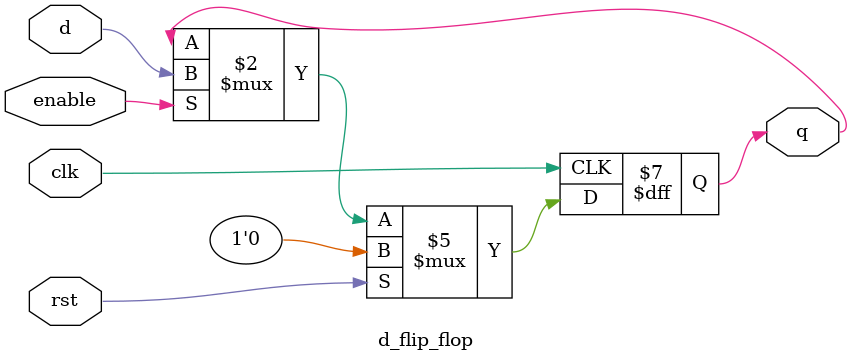
<source format=v>
`timescale 1ns / 1ps


module d_flip_flop(
input wire clk,rst,enable,d,
output reg q
    );
    
    always @ (posedge clk) begin
    if(rst)
    q<=1'b0;
    else if (enable)
    q<=d;
    end
endmodule

</source>
